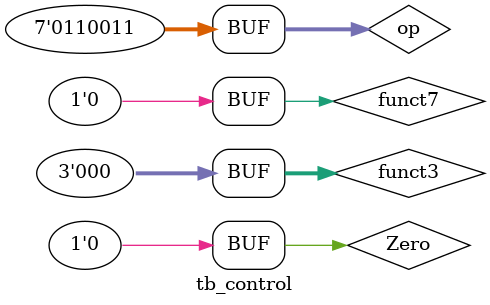
<source format=v>
module tb_control;
    reg     [6:0]   op;
    reg     [2:0]   funct3;
    reg             funct7;
    reg             Zero;

    wire            PCSrc;
    wire            ResultSrc;
    wire            MemWrite;
    wire    [2:0]   ALUControl;
    wire            ALUSrc;
    wire    [1:0]   ImmSrc;
    wire            RegWrite;

    control dut(
        .PCSrc(PCSrc), 
        .ResultSrc(ResultSrc), 
        .MemWrite(MemWrite), 
        .ALUControl(ALUControl), 
        .ALUSrc(ALUSrc), 
        .ImmSrc(ImmSrc), 
        .RegWrite(RegWrite),
        .op(op), 
        .funct3(funct3), 
        .funct7(funct7), 
        .Zero(Zero)
    );

    initial begin
        op = 7'h0;
        funct3 = 3'h0;
        funct7 = 0;
        Zero = 0;
        #10;
        op = 7'h03;
        #10;
        op = 7'h23;
        #10;
        op = 7'h63;
        #10;
        Zero = 1;
        #10;
        Zero = 0;
        op = 7'h33;
        #10;
        {op[5], funct7} = {op[5], funct7} + 1'b1;
        #10;
        {op[5], funct7} = {op[5], funct7} + 1'b1;
        #10;
        {op[5], funct7} = {op[5], funct7} + 1'b1;
        #10;
        {op[5], funct7} = {op[5], funct7} + 1'b1;
        #10;
        funct3 = 3'h2;
        #10;
        funct3 = 3'h6;
        #10;
        funct3 = 3'h7;
        #10;
        funct3 = 3'h1;
        #10;
        funct3 = 3'h3;
        #10;
        funct3 = 3'h4;
        #10;
        funct3 = 3'h5;
        #10;
        funct3 = 3'h0;
    end
endmodule
</source>
